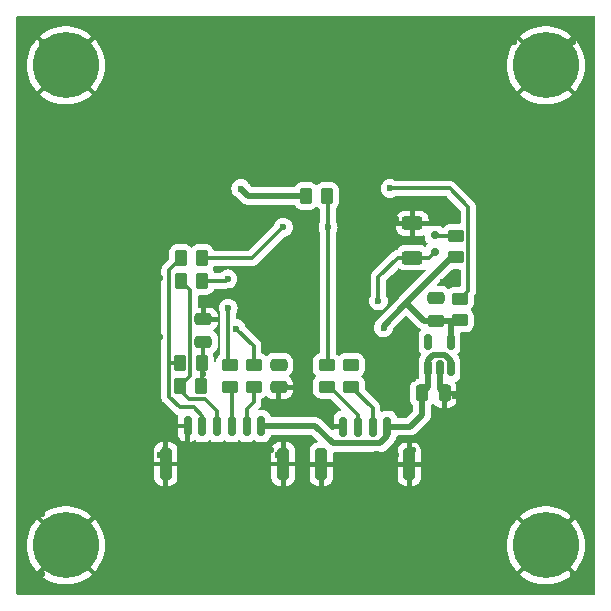
<source format=gbr>
%TF.GenerationSoftware,KiCad,Pcbnew,8.0.6+1*%
%TF.CreationDate,2025-01-11T17:58:48+00:00*%
%TF.ProjectId,TFGPSLITE02,54464750-534c-4495-9445-30322e6b6963,rev?*%
%TF.SameCoordinates,Original*%
%TF.FileFunction,Copper,L2,Bot*%
%TF.FilePolarity,Positive*%
%FSLAX46Y46*%
G04 Gerber Fmt 4.6, Leading zero omitted, Abs format (unit mm)*
G04 Created by KiCad (PCBNEW 8.0.6+1) date 2025-01-11 17:58:48*
%MOMM*%
%LPD*%
G01*
G04 APERTURE LIST*
G04 Aperture macros list*
%AMRoundRect*
0 Rectangle with rounded corners*
0 $1 Rounding radius*
0 $2 $3 $4 $5 $6 $7 $8 $9 X,Y pos of 4 corners*
0 Add a 4 corners polygon primitive as box body*
4,1,4,$2,$3,$4,$5,$6,$7,$8,$9,$2,$3,0*
0 Add four circle primitives for the rounded corners*
1,1,$1+$1,$2,$3*
1,1,$1+$1,$4,$5*
1,1,$1+$1,$6,$7*
1,1,$1+$1,$8,$9*
0 Add four rect primitives between the rounded corners*
20,1,$1+$1,$2,$3,$4,$5,0*
20,1,$1+$1,$4,$5,$6,$7,0*
20,1,$1+$1,$6,$7,$8,$9,0*
20,1,$1+$1,$8,$9,$2,$3,0*%
G04 Aperture macros list end*
%TA.AperFunction,ComponentPad*%
%ADD10C,5.600000*%
%TD*%
%TA.AperFunction,SMDPad,CuDef*%
%ADD11RoundRect,0.250000X-0.450000X0.262500X-0.450000X-0.262500X0.450000X-0.262500X0.450000X0.262500X0*%
%TD*%
%TA.AperFunction,SMDPad,CuDef*%
%ADD12RoundRect,0.250000X-0.475000X0.250000X-0.475000X-0.250000X0.475000X-0.250000X0.475000X0.250000X0*%
%TD*%
%TA.AperFunction,SMDPad,CuDef*%
%ADD13RoundRect,0.250000X0.450000X-0.262500X0.450000X0.262500X-0.450000X0.262500X-0.450000X-0.262500X0*%
%TD*%
%TA.AperFunction,SMDPad,CuDef*%
%ADD14RoundRect,0.250000X-0.262500X-0.450000X0.262500X-0.450000X0.262500X0.450000X-0.262500X0.450000X0*%
%TD*%
%TA.AperFunction,SMDPad,CuDef*%
%ADD15RoundRect,0.150000X0.150000X-0.512500X0.150000X0.512500X-0.150000X0.512500X-0.150000X-0.512500X0*%
%TD*%
%TA.AperFunction,SMDPad,CuDef*%
%ADD16RoundRect,0.250000X0.475000X-0.250000X0.475000X0.250000X-0.475000X0.250000X-0.475000X-0.250000X0*%
%TD*%
%TA.AperFunction,SMDPad,CuDef*%
%ADD17RoundRect,0.250000X0.262500X0.450000X-0.262500X0.450000X-0.262500X-0.450000X0.262500X-0.450000X0*%
%TD*%
%TA.AperFunction,SMDPad,CuDef*%
%ADD18RoundRect,0.150000X-0.200000X0.150000X-0.200000X-0.150000X0.200000X-0.150000X0.200000X0.150000X0*%
%TD*%
%TA.AperFunction,SMDPad,CuDef*%
%ADD19RoundRect,0.250000X-0.250000X-0.475000X0.250000X-0.475000X0.250000X0.475000X-0.250000X0.475000X0*%
%TD*%
%TA.AperFunction,SMDPad,CuDef*%
%ADD20RoundRect,0.150000X0.150000X0.700000X-0.150000X0.700000X-0.150000X-0.700000X0.150000X-0.700000X0*%
%TD*%
%TA.AperFunction,SMDPad,CuDef*%
%ADD21RoundRect,0.250000X0.250000X1.100000X-0.250000X1.100000X-0.250000X-1.100000X0.250000X-1.100000X0*%
%TD*%
%TA.AperFunction,SMDPad,CuDef*%
%ADD22RoundRect,0.250000X0.625000X-0.312500X0.625000X0.312500X-0.625000X0.312500X-0.625000X-0.312500X0*%
%TD*%
%TA.AperFunction,ViaPad*%
%ADD23C,0.600000*%
%TD*%
%TA.AperFunction,Conductor*%
%ADD24C,0.500000*%
%TD*%
%TA.AperFunction,Conductor*%
%ADD25C,0.300000*%
%TD*%
G04 APERTURE END LIST*
D10*
%TO.P,M4,1*%
%TO.N,GND*%
X156340000Y-130320000D03*
%TD*%
%TO.P,M1,1*%
%TO.N,GND*%
X115700000Y-89680000D03*
%TD*%
%TO.P,M3,1*%
%TO.N,GND*%
X115700000Y-130320000D03*
%TD*%
%TO.P,M2,1*%
%TO.N,GND*%
X156340000Y-89680000D03*
%TD*%
D11*
%TO.P,R2,1*%
%TO.N,/L_UBX_TX*%
X129610000Y-115067500D03*
%TO.P,R2,2*%
%TO.N,/TX*%
X129610000Y-116892500D03*
%TD*%
D12*
%TO.P,C5,1*%
%TO.N,+3V3*%
X133740000Y-115040000D03*
%TO.P,C5,2*%
%TO.N,GND*%
X133740000Y-116940000D03*
%TD*%
D13*
%TO.P,R9,1*%
%TO.N,Net-(J2-Pad2)*%
X139840000Y-116880000D03*
%TO.P,R9,2*%
%TO.N,/EXTINT*%
X139840000Y-115055000D03*
%TD*%
D14*
%TO.P,R6,1*%
%TO.N,/I2C2.SCL*%
X125447500Y-107940000D03*
%TO.P,R6,2*%
%TO.N,Net-(U2-SCL)*%
X127272500Y-107940000D03*
%TD*%
%TO.P,R5,1*%
%TO.N,/I2C2.SDA*%
X125437500Y-106030000D03*
%TO.P,R5,2*%
%TO.N,Net-(U2-SDA)*%
X127262500Y-106030000D03*
%TD*%
D11*
%TO.P,R3,1*%
%TO.N,/L_UBX_RX*%
X131620000Y-115067500D03*
%TO.P,R3,2*%
%TO.N,/RX*%
X131620000Y-116892500D03*
%TD*%
D13*
%TO.P,R1,1*%
%TO.N,+3V3*%
X148740000Y-105942500D03*
%TO.P,R1,2*%
%TO.N,Net-(D1-A)*%
X148740000Y-104117500D03*
%TD*%
D15*
%TO.P,U1,1,VIN*%
%TO.N,+5V*%
X148302500Y-115342500D03*
%TO.P,U1,2,GND*%
%TO.N,GND*%
X147352500Y-115342500D03*
%TO.P,U1,3,EN*%
%TO.N,+5V*%
X146402500Y-115342500D03*
%TO.P,U1,4,NC*%
%TO.N,unconnected-(U1-NC-Pad4)*%
X146402500Y-113067500D03*
%TO.P,U1,5,VOUT*%
%TO.N,+3V3*%
X148302500Y-113067500D03*
%TD*%
D16*
%TO.P,C1,1*%
%TO.N,+3V3*%
X127350000Y-113100000D03*
%TO.P,C1,2*%
%TO.N,GND*%
X127350000Y-111200000D03*
%TD*%
D13*
%TO.P,R10,1*%
%TO.N,Net-(J2-Pad3)*%
X137810000Y-116885000D03*
%TO.P,R10,2*%
%TO.N,/TPL*%
X137810000Y-115060000D03*
%TD*%
D17*
%TO.P,R7,1*%
%TO.N,+3V3*%
X127192500Y-116870000D03*
%TO.P,R7,2*%
%TO.N,/I2C2.SCL*%
X125367500Y-116870000D03*
%TD*%
%TO.P,R4,1*%
%TO.N,/TPL*%
X137842500Y-100740000D03*
%TO.P,R4,2*%
%TO.N,Net-(D2-A)*%
X136017500Y-100740000D03*
%TD*%
D16*
%TO.P,C4,1*%
%TO.N,+3V3*%
X147070000Y-111295000D03*
%TO.P,C4,2*%
%TO.N,GND*%
X147070000Y-109395000D03*
%TD*%
D18*
%TO.P,D1,1,K*%
%TO.N,/UBX_VBCKP*%
X146950000Y-105470000D03*
%TO.P,D1,2,A*%
%TO.N,Net-(D1-A)*%
X146950000Y-104070000D03*
%TD*%
D19*
%TO.P,C3,1*%
%TO.N,+5V*%
X145872500Y-117465000D03*
%TO.P,C3,2*%
%TO.N,GND*%
X147772500Y-117465000D03*
%TD*%
D20*
%TO.P,J1,1*%
%TO.N,+5V*%
X132265000Y-120230000D03*
%TO.P,J1,2*%
%TO.N,/RX*%
X131015000Y-120230000D03*
%TO.P,J1,3*%
%TO.N,/TX*%
X129765000Y-120230000D03*
%TO.P,J1,4*%
%TO.N,/I2C2.SCL*%
X128515000Y-120230000D03*
%TO.P,J1,5*%
%TO.N,/I2C2.SDA*%
X127265000Y-120230000D03*
%TO.P,J1,6*%
%TO.N,GND*%
X126015000Y-120230000D03*
D21*
%TO.P,J1,MP*%
X134115000Y-123430000D03*
X124165000Y-123430000D03*
%TD*%
D17*
%TO.P,R8,1*%
%TO.N,+3V3*%
X127202500Y-114870000D03*
%TO.P,R8,2*%
%TO.N,/I2C2.SDA*%
X125377500Y-114870000D03*
%TD*%
D20*
%TO.P,J2,1*%
%TO.N,+5V*%
X142945000Y-120270000D03*
%TO.P,J2,2*%
%TO.N,Net-(J2-Pad2)*%
X141695000Y-120270000D03*
%TO.P,J2,3*%
%TO.N,Net-(J2-Pad3)*%
X140445000Y-120270000D03*
%TO.P,J2,4*%
%TO.N,GND*%
X139195000Y-120270000D03*
D21*
%TO.P,J2,MP*%
X144795000Y-123470000D03*
X137345000Y-123470000D03*
%TD*%
D22*
%TO.P,C2,1*%
%TO.N,/UBX_VBCKP*%
X145050000Y-105982500D03*
%TO.P,C2,2*%
%TO.N,GND*%
X145050000Y-103057500D03*
%TD*%
D13*
%TO.P,R11,1*%
%TO.N,+3V3*%
X149090000Y-111277500D03*
%TO.P,R11,2*%
%TO.N,Net-(D3-A)*%
X149090000Y-109452500D03*
%TD*%
D23*
%TO.N,+3V3*%
X142610000Y-111895000D03*
X133970000Y-115050000D03*
X127290000Y-115800000D03*
%TO.N,GND*%
X118670000Y-102710000D03*
X148670000Y-97710000D03*
X148670000Y-127710000D03*
X118670000Y-87710000D03*
X123670000Y-112710000D03*
X138670000Y-127710000D03*
X113670000Y-127710000D03*
X153670000Y-117710000D03*
X148670000Y-87710000D03*
X158670000Y-97710000D03*
X123670000Y-87710000D03*
X130090000Y-122220000D03*
X113670000Y-132710000D03*
X158670000Y-132710000D03*
X133670000Y-122710000D03*
X136090000Y-119220000D03*
X113670000Y-102710000D03*
X123670000Y-132710000D03*
X145090000Y-116220000D03*
X123670000Y-122710000D03*
X133670000Y-127710000D03*
X136090000Y-122220000D03*
X118670000Y-92710000D03*
X158670000Y-117710000D03*
X118670000Y-117710000D03*
X148670000Y-92710000D03*
X138670000Y-132710000D03*
X143670000Y-122710000D03*
X113670000Y-117710000D03*
X113670000Y-97710000D03*
X153670000Y-97710000D03*
X143670000Y-97710000D03*
X143670000Y-102710000D03*
X123670000Y-102710000D03*
X148670000Y-102710000D03*
X127090000Y-122220000D03*
X138670000Y-122710000D03*
X118670000Y-107710000D03*
X128670000Y-102710000D03*
X153670000Y-102710000D03*
X128670000Y-132710000D03*
X147070000Y-109395000D03*
X123670000Y-127710000D03*
X148670000Y-107710000D03*
X128670000Y-87710000D03*
X158670000Y-87710000D03*
X147640000Y-108040000D03*
X128670000Y-127710000D03*
X128670000Y-92710000D03*
X158670000Y-112710000D03*
X143670000Y-132710000D03*
X118670000Y-132710000D03*
X118670000Y-97710000D03*
X143670000Y-117710000D03*
X118670000Y-127710000D03*
X138670000Y-97710000D03*
X113670000Y-112710000D03*
X133670000Y-112710000D03*
X148670000Y-132710000D03*
X113670000Y-107710000D03*
X118670000Y-122710000D03*
X153670000Y-127710000D03*
X138670000Y-87710000D03*
X143670000Y-107710000D03*
X113670000Y-122710000D03*
X136090000Y-113220000D03*
X113670000Y-87710000D03*
X158670000Y-122710000D03*
X153670000Y-107710000D03*
X113670000Y-92710000D03*
X143670000Y-92710000D03*
X158670000Y-107710000D03*
X128670000Y-122710000D03*
X153670000Y-132710000D03*
X133670000Y-87710000D03*
X123670000Y-97710000D03*
X143670000Y-87710000D03*
X158670000Y-92710000D03*
X123670000Y-92710000D03*
X133670000Y-97710000D03*
X124090000Y-122220000D03*
X153670000Y-87710000D03*
X138830000Y-112880000D03*
X143670000Y-127710000D03*
X133090000Y-122220000D03*
X128670000Y-97710000D03*
X153670000Y-122710000D03*
X133670000Y-92710000D03*
X158670000Y-127710000D03*
X133670000Y-132710000D03*
X124090000Y-119220000D03*
X139000000Y-107700000D03*
X145090000Y-122220000D03*
X148670000Y-122710000D03*
X138670000Y-92710000D03*
X148670000Y-117710000D03*
X123670000Y-107710000D03*
X153670000Y-92710000D03*
X153670000Y-112710000D03*
X158670000Y-102710000D03*
X133670000Y-107710000D03*
X142090000Y-122620000D03*
X118670000Y-112710000D03*
%TO.N,/UBX_VBCKP*%
X142180000Y-109630000D03*
%TO.N,Net-(D2-A)*%
X130540000Y-100120000D03*
%TO.N,Net-(D3-A)*%
X143170000Y-100110000D03*
%TO.N,Net-(U2-SDA)*%
X134120000Y-103400000D03*
%TO.N,Net-(U2-SCL)*%
X129410000Y-107770000D03*
%TO.N,/L_UBX_TX*%
X129450000Y-110250000D03*
%TO.N,/L_UBX_RX*%
X130130000Y-111980000D03*
%TO.N,/TPL*%
X137910000Y-103395000D03*
%TO.N,/EXTINT*%
X139840000Y-115055000D03*
%TD*%
D24*
%TO.N,+3V3*%
X148740000Y-105942500D02*
X148377500Y-105942500D01*
D25*
X127212500Y-116810000D02*
X127272500Y-116750000D01*
D24*
X148302500Y-111665000D02*
X148652500Y-111315000D01*
X147070000Y-111295000D02*
X146045000Y-111295000D01*
X145820000Y-108500000D02*
X145820000Y-108510000D01*
X148652500Y-111315000D02*
X146690000Y-111315000D01*
D25*
X127202500Y-114870000D02*
X127202500Y-116860000D01*
X127350000Y-114722500D02*
X127202500Y-114870000D01*
D24*
X148377500Y-105942500D02*
X145820000Y-108500000D01*
X145820000Y-108510000D02*
X144365000Y-109965000D01*
D25*
X127350000Y-113100000D02*
X127350000Y-114722500D01*
D24*
X144365000Y-109965000D02*
X144715000Y-109965000D01*
X142610000Y-111720000D02*
X142610000Y-111895000D01*
X146690000Y-111315000D02*
X146632500Y-111257500D01*
D25*
X127202500Y-116860000D02*
X127192500Y-116870000D01*
D24*
X144365000Y-109965000D02*
X142610000Y-111720000D01*
X144715000Y-109965000D02*
X146045000Y-111295000D01*
X148302500Y-113067500D02*
X148302500Y-111665000D01*
%TO.N,GND*%
X147352500Y-115342500D02*
X147352500Y-117105000D01*
X147352500Y-117105000D02*
X147712500Y-117465000D01*
D25*
%TO.N,/UBX_VBCKP*%
X142180000Y-109630000D02*
X142180000Y-107610000D01*
X143807500Y-105982500D02*
X145050000Y-105982500D01*
X146437500Y-105982500D02*
X145050000Y-105982500D01*
X142180000Y-107610000D02*
X143807500Y-105982500D01*
X146950000Y-105470000D02*
X146437500Y-105982500D01*
D24*
%TO.N,+5V*%
X132265000Y-120230000D02*
X136820000Y-120230000D01*
X146402500Y-115342500D02*
X146402500Y-116875000D01*
X145872500Y-117465000D02*
X145872500Y-119265000D01*
X146807500Y-114230000D02*
X146402500Y-114635000D01*
X148302500Y-114680001D02*
X147852499Y-114230000D01*
X145872500Y-119265000D02*
X144867500Y-120270000D01*
X142320000Y-121700000D02*
X142945000Y-121075000D01*
X142945000Y-121075000D02*
X142945000Y-120270000D01*
X148302500Y-115342500D02*
X148302500Y-114680001D01*
X146402500Y-116875000D02*
X145812500Y-117465000D01*
X136820000Y-120230000D02*
X138290000Y-121700000D01*
X138290000Y-121700000D02*
X142320000Y-121700000D01*
X144867500Y-120270000D02*
X142945000Y-120270000D01*
X147852499Y-114230000D02*
X146807500Y-114230000D01*
X146402500Y-114635000D02*
X146402500Y-115342500D01*
D25*
%TO.N,Net-(D1-A)*%
X146997500Y-104117500D02*
X146950000Y-104070000D01*
X148740000Y-104117500D02*
X146997500Y-104117500D01*
D24*
%TO.N,Net-(D2-A)*%
X131160000Y-100740000D02*
X130540000Y-100120000D01*
X136017500Y-100740000D02*
X131160000Y-100740000D01*
D25*
%TO.N,Net-(D3-A)*%
X149090000Y-109452500D02*
X149790000Y-108752500D01*
X149790000Y-101690000D02*
X148210000Y-100110000D01*
X149790000Y-108752500D02*
X149790000Y-101690000D01*
X148210000Y-100110000D02*
X143170000Y-100110000D01*
%TO.N,/I2C2.SCL*%
X128515000Y-118955000D02*
X127480000Y-117920000D01*
X127480000Y-117920000D02*
X126150000Y-117920000D01*
X126150000Y-117920000D02*
X125367500Y-117137500D01*
X126240000Y-108732500D02*
X125447500Y-107940000D01*
X128515000Y-120230000D02*
X128515000Y-118955000D01*
X126240000Y-115997500D02*
X126240000Y-108732500D01*
X125367500Y-116870000D02*
X126240000Y-115997500D01*
X125367500Y-117137500D02*
X125367500Y-116870000D01*
%TO.N,Net-(U2-SDA)*%
X131490000Y-106030000D02*
X134120000Y-103400000D01*
X127262500Y-106030000D02*
X131490000Y-106030000D01*
%TO.N,/I2C2.SDA*%
X125340000Y-118640000D02*
X126534544Y-118640000D01*
X126534544Y-118640000D02*
X127265000Y-119370456D01*
X125460000Y-114810000D02*
X125377500Y-114727500D01*
X124460000Y-112330000D02*
X124460000Y-114880000D01*
X125437500Y-106030000D02*
X124460000Y-107007500D01*
X124460000Y-114880000D02*
X124460000Y-117760000D01*
X127265000Y-119370456D02*
X127265000Y-120230000D01*
X124460000Y-117760000D02*
X125340000Y-118640000D01*
X124470000Y-114870000D02*
X124460000Y-114880000D01*
X124460000Y-107007500D02*
X124460000Y-112330000D01*
X125377500Y-114870000D02*
X124470000Y-114870000D01*
%TO.N,Net-(U2-SCL)*%
X129240000Y-107940000D02*
X127272500Y-107940000D01*
X129410000Y-107770000D02*
X129240000Y-107940000D01*
%TO.N,/L_UBX_TX*%
X129450000Y-114907500D02*
X129610000Y-115067500D01*
X129450000Y-110250000D02*
X129450000Y-114907500D01*
%TO.N,/L_UBX_RX*%
X131620000Y-113450000D02*
X131620000Y-115067500D01*
X130150000Y-111980000D02*
X131620000Y-113450000D01*
X130130000Y-111980000D02*
X130150000Y-111980000D01*
%TO.N,/TPL*%
X137910000Y-100807500D02*
X137842500Y-100740000D01*
X137910000Y-114960000D02*
X137910000Y-103395000D01*
X137910000Y-103395000D02*
X137910000Y-100807500D01*
X137810000Y-115060000D02*
X137910000Y-114960000D01*
%TO.N,/TX*%
X129765000Y-117135000D02*
X129765000Y-120230000D01*
%TO.N,/RX*%
X131015000Y-118805000D02*
X131015000Y-120230000D01*
X131620000Y-118200000D02*
X131015000Y-118805000D01*
X131620000Y-116770000D02*
X131620000Y-118200000D01*
%TO.N,Net-(J2-Pad2)*%
X139862500Y-116892500D02*
X141695000Y-118725000D01*
X141695000Y-118725000D02*
X141695000Y-120270000D01*
%TO.N,Net-(J2-Pad3)*%
X138062500Y-116882500D02*
X137907499Y-116882500D01*
X140445000Y-119265000D02*
X138062500Y-116882500D01*
X140445000Y-120270000D02*
X140445000Y-119265000D01*
%TD*%
%TA.AperFunction,Conductor*%
%TO.N,GND*%
G36*
X149098691Y-106974406D02*
G01*
X149134655Y-107023906D01*
X149139500Y-107054499D01*
X149139500Y-108340500D01*
X149120593Y-108398691D01*
X149071093Y-108434655D01*
X149040500Y-108439500D01*
X148589983Y-108439500D01*
X148487211Y-108449999D01*
X148487199Y-108450002D01*
X148320663Y-108505187D01*
X148167832Y-108599453D01*
X148108379Y-108613909D01*
X148051783Y-108590658D01*
X148045856Y-108585196D01*
X148013340Y-108552680D01*
X147864124Y-108460643D01*
X147697693Y-108405493D01*
X147594987Y-108395000D01*
X147225374Y-108395000D01*
X147167183Y-108376093D01*
X147131219Y-108326593D01*
X147131219Y-108265407D01*
X147155368Y-108225997D01*
X148396871Y-106984494D01*
X148451388Y-106956718D01*
X148466875Y-106955499D01*
X149040500Y-106955499D01*
X149098691Y-106974406D01*
G37*
%TD.AperFunction*%
%TA.AperFunction,Conductor*%
G36*
X160478691Y-85519407D02*
G01*
X160514655Y-85568907D01*
X160519500Y-85599500D01*
X160519500Y-134400500D01*
X160500593Y-134458691D01*
X160451093Y-134494655D01*
X160420500Y-134499500D01*
X111619500Y-134499500D01*
X111561309Y-134480593D01*
X111525345Y-134431093D01*
X111520500Y-134400500D01*
X111520500Y-130320000D01*
X112395153Y-130320000D01*
X112414525Y-130677317D01*
X112472418Y-131030449D01*
X112568146Y-131375229D01*
X112568148Y-131375234D01*
X112700604Y-131707673D01*
X112868215Y-132023822D01*
X113069032Y-132320004D01*
X113069039Y-132320014D01*
X113228918Y-132508236D01*
X114435502Y-131301651D01*
X114479588Y-131362330D01*
X114657670Y-131540412D01*
X114718345Y-131584495D01*
X113510943Y-132791898D01*
X113560488Y-132838829D01*
X113845358Y-133055382D01*
X113845363Y-133055385D01*
X114151980Y-133239871D01*
X114476744Y-133390123D01*
X114815868Y-133504387D01*
X115165330Y-133581310D01*
X115165329Y-133581310D01*
X115521078Y-133620000D01*
X115878922Y-133620000D01*
X116234670Y-133581310D01*
X116584130Y-133504387D01*
X116584132Y-133504387D01*
X116923255Y-133390123D01*
X117248019Y-133239871D01*
X117554636Y-133055385D01*
X117554641Y-133055382D01*
X117839509Y-132838832D01*
X117839515Y-132838827D01*
X117889055Y-132791898D01*
X117889055Y-132791897D01*
X116681653Y-131584495D01*
X116742330Y-131540412D01*
X116920412Y-131362330D01*
X116964496Y-131301653D01*
X118171080Y-132508237D01*
X118330962Y-132320011D01*
X118330966Y-132320007D01*
X118531784Y-132023822D01*
X118699395Y-131707673D01*
X118831851Y-131375234D01*
X118831853Y-131375229D01*
X118927581Y-131030449D01*
X118985474Y-130677317D01*
X119004846Y-130320000D01*
X153035153Y-130320000D01*
X153054525Y-130677317D01*
X153112418Y-131030449D01*
X153208146Y-131375229D01*
X153208148Y-131375234D01*
X153340604Y-131707673D01*
X153508215Y-132023822D01*
X153709032Y-132320004D01*
X153709039Y-132320014D01*
X153868918Y-132508236D01*
X155075502Y-131301651D01*
X155119588Y-131362330D01*
X155297670Y-131540412D01*
X155358345Y-131584495D01*
X154150943Y-132791898D01*
X154200488Y-132838829D01*
X154485358Y-133055382D01*
X154485363Y-133055385D01*
X154791980Y-133239871D01*
X155116744Y-133390123D01*
X155455868Y-133504387D01*
X155805330Y-133581310D01*
X155805329Y-133581310D01*
X156161078Y-133620000D01*
X156518922Y-133620000D01*
X156874670Y-133581310D01*
X157224130Y-133504387D01*
X157224132Y-133504387D01*
X157563255Y-133390123D01*
X157888019Y-133239871D01*
X158194636Y-133055385D01*
X158194641Y-133055382D01*
X158479509Y-132838832D01*
X158479515Y-132838827D01*
X158529055Y-132791898D01*
X158529055Y-132791897D01*
X157321653Y-131584495D01*
X157382330Y-131540412D01*
X157560412Y-131362330D01*
X157604496Y-131301653D01*
X158811080Y-132508237D01*
X158970962Y-132320011D01*
X158970966Y-132320007D01*
X159171784Y-132023822D01*
X159339395Y-131707673D01*
X159471851Y-131375234D01*
X159471853Y-131375229D01*
X159567581Y-131030449D01*
X159625474Y-130677317D01*
X159644846Y-130320000D01*
X159625474Y-129962682D01*
X159567581Y-129609550D01*
X159471853Y-129264770D01*
X159471851Y-129264765D01*
X159339395Y-128932326D01*
X159171784Y-128616177D01*
X158970967Y-128319995D01*
X158970960Y-128319985D01*
X158811079Y-128131761D01*
X157604495Y-129338345D01*
X157560412Y-129277670D01*
X157382330Y-129099588D01*
X157321652Y-129055502D01*
X158529055Y-127848100D01*
X158479511Y-127801170D01*
X158194641Y-127584617D01*
X158194636Y-127584614D01*
X157888019Y-127400128D01*
X157563255Y-127249876D01*
X157224131Y-127135612D01*
X156874669Y-127058689D01*
X156874670Y-127058689D01*
X156518922Y-127020000D01*
X156161078Y-127020000D01*
X155805329Y-127058689D01*
X155455869Y-127135612D01*
X155455867Y-127135612D01*
X155116744Y-127249876D01*
X154791980Y-127400128D01*
X154485363Y-127584614D01*
X154485358Y-127584617D01*
X154200488Y-127801169D01*
X154150943Y-127848100D01*
X155358346Y-129055503D01*
X155297670Y-129099588D01*
X155119588Y-129277670D01*
X155075503Y-129338346D01*
X153868918Y-128131761D01*
X153709039Y-128319985D01*
X153709032Y-128319995D01*
X153508215Y-128616177D01*
X153340604Y-128932326D01*
X153208148Y-129264765D01*
X153208146Y-129264770D01*
X153112418Y-129609550D01*
X153054525Y-129962682D01*
X153035153Y-130320000D01*
X119004846Y-130320000D01*
X118985474Y-129962682D01*
X118927581Y-129609550D01*
X118831853Y-129264770D01*
X118831851Y-129264765D01*
X118699395Y-128932326D01*
X118531784Y-128616177D01*
X118330967Y-128319995D01*
X118330960Y-128319985D01*
X118171079Y-128131761D01*
X116964495Y-129338345D01*
X116920412Y-129277670D01*
X116742330Y-129099588D01*
X116681652Y-129055502D01*
X117889055Y-127848100D01*
X117839511Y-127801170D01*
X117554641Y-127584617D01*
X117554636Y-127584614D01*
X117248019Y-127400128D01*
X116923255Y-127249876D01*
X116584131Y-127135612D01*
X116234669Y-127058689D01*
X116234670Y-127058689D01*
X115878922Y-127020000D01*
X115521078Y-127020000D01*
X115165329Y-127058689D01*
X114815869Y-127135612D01*
X114815867Y-127135612D01*
X114476744Y-127249876D01*
X114151980Y-127400128D01*
X113845363Y-127584614D01*
X113845358Y-127584617D01*
X113560488Y-127801169D01*
X113510943Y-127848100D01*
X114718346Y-129055503D01*
X114657670Y-129099588D01*
X114479588Y-129277670D01*
X114435503Y-129338346D01*
X113228918Y-128131761D01*
X113069039Y-128319985D01*
X113069032Y-128319995D01*
X112868215Y-128616177D01*
X112700604Y-128932326D01*
X112568148Y-129264765D01*
X112568146Y-129264770D01*
X112472418Y-129609550D01*
X112414525Y-129962682D01*
X112395153Y-130320000D01*
X111520500Y-130320000D01*
X111520500Y-123630001D01*
X123165001Y-123630001D01*
X123165001Y-124579986D01*
X123175492Y-124682687D01*
X123175495Y-124682699D01*
X123230643Y-124849124D01*
X123322680Y-124998340D01*
X123446659Y-125122319D01*
X123595875Y-125214356D01*
X123762306Y-125269506D01*
X123865013Y-125279999D01*
X123965000Y-125279999D01*
X123965000Y-123630001D01*
X124365000Y-123630001D01*
X124365000Y-125279998D01*
X124365001Y-125279999D01*
X124464986Y-125279999D01*
X124567687Y-125269507D01*
X124567699Y-125269504D01*
X124734124Y-125214356D01*
X124883340Y-125122319D01*
X125007319Y-124998340D01*
X125099356Y-124849124D01*
X125154506Y-124682693D01*
X125165000Y-124579987D01*
X125165000Y-123630001D01*
X133115001Y-123630001D01*
X133115001Y-124579986D01*
X133125492Y-124682687D01*
X133125495Y-124682699D01*
X133180643Y-124849124D01*
X133272680Y-124998340D01*
X133396659Y-125122319D01*
X133545875Y-125214356D01*
X133712306Y-125269506D01*
X133815013Y-125279999D01*
X133915000Y-125279999D01*
X133915000Y-123630001D01*
X134315000Y-123630001D01*
X134315000Y-125279998D01*
X134315001Y-125279999D01*
X134414986Y-125279999D01*
X134517687Y-125269507D01*
X134517699Y-125269504D01*
X134684124Y-125214356D01*
X134833340Y-125122319D01*
X134957319Y-124998340D01*
X135049356Y-124849124D01*
X135104506Y-124682693D01*
X135115000Y-124579987D01*
X135115000Y-123670001D01*
X136345001Y-123670001D01*
X136345001Y-124619986D01*
X136355492Y-124722687D01*
X136355495Y-124722699D01*
X136410643Y-124889124D01*
X136502680Y-125038340D01*
X136626659Y-125162319D01*
X136775875Y-125254356D01*
X136942306Y-125309506D01*
X137045013Y-125319999D01*
X137145000Y-125319999D01*
X137145000Y-123670001D01*
X137545000Y-123670001D01*
X137545000Y-125319998D01*
X137545001Y-125319999D01*
X137644986Y-125319999D01*
X137747687Y-125309507D01*
X137747699Y-125309504D01*
X137914124Y-125254356D01*
X138063340Y-125162319D01*
X138187319Y-125038340D01*
X138279356Y-124889124D01*
X138334506Y-124722693D01*
X138345000Y-124619987D01*
X138345000Y-123670001D01*
X143795001Y-123670001D01*
X143795001Y-124619986D01*
X143805492Y-124722687D01*
X143805495Y-124722699D01*
X143860643Y-124889124D01*
X143952680Y-125038340D01*
X144076659Y-125162319D01*
X144225875Y-125254356D01*
X144392306Y-125309506D01*
X144495013Y-125319999D01*
X144595000Y-125319999D01*
X144595000Y-123670001D01*
X144995000Y-123670001D01*
X144995000Y-125319998D01*
X144995001Y-125319999D01*
X145094986Y-125319999D01*
X145197687Y-125309507D01*
X145197699Y-125309504D01*
X145364124Y-125254356D01*
X145513340Y-125162319D01*
X145637319Y-125038340D01*
X145729356Y-124889124D01*
X145784506Y-124722693D01*
X145795000Y-124619987D01*
X145795000Y-123670001D01*
X145794999Y-123670000D01*
X144995001Y-123670000D01*
X144995000Y-123670001D01*
X144595000Y-123670001D01*
X144594999Y-123670000D01*
X143795002Y-123670000D01*
X143795001Y-123670001D01*
X138345000Y-123670001D01*
X138344999Y-123670000D01*
X137545001Y-123670000D01*
X137545000Y-123670001D01*
X137145000Y-123670001D01*
X137144999Y-123670000D01*
X136345002Y-123670000D01*
X136345001Y-123670001D01*
X135115000Y-123670001D01*
X135115000Y-123630001D01*
X135114999Y-123630000D01*
X134315001Y-123630000D01*
X134315000Y-123630001D01*
X133915000Y-123630001D01*
X133914999Y-123630000D01*
X133115002Y-123630000D01*
X133115001Y-123630001D01*
X125165000Y-123630001D01*
X125164999Y-123630000D01*
X124365001Y-123630000D01*
X124365000Y-123630001D01*
X123965000Y-123630001D01*
X123964999Y-123630000D01*
X123165002Y-123630000D01*
X123165001Y-123630001D01*
X111520500Y-123630001D01*
X111520500Y-122280012D01*
X123165000Y-122280012D01*
X123165000Y-123229999D01*
X123165001Y-123230000D01*
X123964999Y-123230000D01*
X123965000Y-123229999D01*
X123965000Y-121580001D01*
X124365000Y-121580001D01*
X124365000Y-123229999D01*
X124365001Y-123230000D01*
X125164998Y-123230000D01*
X125164999Y-123229999D01*
X125164999Y-122280013D01*
X125164999Y-122280012D01*
X133115000Y-122280012D01*
X133115000Y-123229999D01*
X133115001Y-123230000D01*
X133914999Y-123230000D01*
X133915000Y-123229999D01*
X133915000Y-121580001D01*
X134315000Y-121580001D01*
X134315000Y-123229999D01*
X134315001Y-123230000D01*
X135114998Y-123230000D01*
X135114999Y-123229999D01*
X135114999Y-122280013D01*
X135104507Y-122177312D01*
X135104504Y-122177300D01*
X135049356Y-122010875D01*
X134957319Y-121861659D01*
X134833340Y-121737680D01*
X134684124Y-121645643D01*
X134517693Y-121590493D01*
X134414987Y-121580000D01*
X134315001Y-121580000D01*
X134315000Y-121580001D01*
X133915000Y-121580001D01*
X133915000Y-121580000D01*
X133815013Y-121580000D01*
X133815013Y-121580001D01*
X133712312Y-121590492D01*
X133712300Y-121590495D01*
X133545875Y-121645643D01*
X133396659Y-121737680D01*
X133272680Y-121861659D01*
X133180643Y-122010875D01*
X133125493Y-122177306D01*
X133115000Y-122280012D01*
X125164999Y-122280012D01*
X125154507Y-122177312D01*
X125154504Y-122177300D01*
X125099356Y-122010875D01*
X125007319Y-121861659D01*
X124883340Y-121737680D01*
X124734124Y-121645643D01*
X124567693Y-121590493D01*
X124464987Y-121580000D01*
X124365001Y-121580000D01*
X124365000Y-121580001D01*
X123965000Y-121580001D01*
X123965000Y-121580000D01*
X123865013Y-121580000D01*
X123865013Y-121580001D01*
X123762312Y-121590492D01*
X123762300Y-121590495D01*
X123595875Y-121645643D01*
X123446659Y-121737680D01*
X123322680Y-121861659D01*
X123230643Y-122010875D01*
X123175493Y-122177306D01*
X123165000Y-122280012D01*
X111520500Y-122280012D01*
X111520500Y-120430001D01*
X125215000Y-120430001D01*
X125215000Y-120995636D01*
X125217899Y-121032489D01*
X125263719Y-121190200D01*
X125263719Y-121190201D01*
X125347314Y-121331552D01*
X125463447Y-121447685D01*
X125604799Y-121531280D01*
X125762510Y-121577100D01*
X125799363Y-121580000D01*
X125814999Y-121580000D01*
X125815000Y-121579999D01*
X125815000Y-120430001D01*
X125814999Y-120430000D01*
X125215001Y-120430000D01*
X125215000Y-120430001D01*
X111520500Y-120430001D01*
X111520500Y-106943430D01*
X123809500Y-106943430D01*
X123809500Y-117824069D01*
X123825698Y-117905499D01*
X123834499Y-117949745D01*
X123883533Y-118068124D01*
X123883534Y-118068126D01*
X123883535Y-118068127D01*
X123954723Y-118174669D01*
X124925331Y-119145277D01*
X125031873Y-119216465D01*
X125150256Y-119265501D01*
X125152822Y-119266011D01*
X125153867Y-119266596D01*
X125154914Y-119266914D01*
X125154844Y-119267143D01*
X125206207Y-119295901D01*
X125231829Y-119351463D01*
X125228585Y-119390729D01*
X125217900Y-119427508D01*
X125215000Y-119464363D01*
X125215000Y-120029999D01*
X125215001Y-120030000D01*
X126116000Y-120030000D01*
X126174191Y-120048907D01*
X126210155Y-120098407D01*
X126215000Y-120129000D01*
X126215000Y-121579999D01*
X126215001Y-121580000D01*
X126230637Y-121580000D01*
X126267489Y-121577100D01*
X126425200Y-121531280D01*
X126425201Y-121531280D01*
X126566549Y-121447687D01*
X126566556Y-121447681D01*
X126569638Y-121444600D01*
X126624152Y-121416819D01*
X126684585Y-121426386D01*
X126709646Y-121444592D01*
X126713135Y-121448081D01*
X126854602Y-121531744D01*
X127012431Y-121577598D01*
X127049306Y-121580500D01*
X127049311Y-121580500D01*
X127480689Y-121580500D01*
X127480694Y-121580500D01*
X127517569Y-121577598D01*
X127675398Y-121531744D01*
X127816865Y-121448081D01*
X127819998Y-121444947D01*
X127874513Y-121417172D01*
X127934945Y-121426743D01*
X127960000Y-121444946D01*
X127963135Y-121448081D01*
X128104602Y-121531744D01*
X128262431Y-121577598D01*
X128299306Y-121580500D01*
X128299311Y-121580500D01*
X128730689Y-121580500D01*
X128730694Y-121580500D01*
X128767569Y-121577598D01*
X128925398Y-121531744D01*
X129066865Y-121448081D01*
X129069998Y-121444947D01*
X129124513Y-121417172D01*
X129184945Y-121426743D01*
X129210000Y-121444946D01*
X129213135Y-121448081D01*
X129354602Y-121531744D01*
X129512431Y-121577598D01*
X129549306Y-121580500D01*
X129549311Y-121580500D01*
X129980689Y-121580500D01*
X129980694Y-121580500D01*
X130017569Y-121577598D01*
X130175398Y-121531744D01*
X130316865Y-121448081D01*
X130319998Y-121444947D01*
X130374513Y-121417172D01*
X130434945Y-121426743D01*
X130460000Y-121444946D01*
X130463135Y-121448081D01*
X130604602Y-121531744D01*
X130762431Y-121577598D01*
X130799306Y-121580500D01*
X130799311Y-121580500D01*
X131230689Y-121580500D01*
X131230694Y-121580500D01*
X131267569Y-121577598D01*
X131425398Y-121531744D01*
X131566865Y-121448081D01*
X131569998Y-121444947D01*
X131624513Y-121417172D01*
X131684945Y-121426743D01*
X131710000Y-121444946D01*
X131713135Y-121448081D01*
X131854602Y-121531744D01*
X132012431Y-121577598D01*
X132049306Y-121580500D01*
X132049311Y-121580500D01*
X132480689Y-121580500D01*
X132480694Y-121580500D01*
X132517569Y-121577598D01*
X132675398Y-121531744D01*
X132816865Y-121448081D01*
X132933081Y-121331865D01*
X133016744Y-121190398D01*
X133056988Y-121051878D01*
X133091378Y-121001275D01*
X133148946Y-120980549D01*
X133152056Y-120980500D01*
X136468124Y-120980500D01*
X136526315Y-120999407D01*
X136538128Y-121009496D01*
X136992186Y-121463554D01*
X137019963Y-121518071D01*
X137010392Y-121578503D01*
X136967127Y-121621768D01*
X136947424Y-121628762D01*
X136947435Y-121628794D01*
X136945932Y-121629291D01*
X136942918Y-121630362D01*
X136942310Y-121630492D01*
X136775875Y-121685643D01*
X136626659Y-121777680D01*
X136502680Y-121901659D01*
X136410643Y-122050875D01*
X136355493Y-122217306D01*
X136345000Y-122320012D01*
X136345000Y-123269999D01*
X136345001Y-123270000D01*
X138344998Y-123270000D01*
X138344999Y-123269999D01*
X138344999Y-122549500D01*
X138363906Y-122491309D01*
X138413406Y-122455345D01*
X138443999Y-122450500D01*
X142393917Y-122450500D01*
X142393918Y-122450500D01*
X142538913Y-122421658D01*
X142675495Y-122365084D01*
X142724729Y-122332186D01*
X142742949Y-122320012D01*
X143795000Y-122320012D01*
X143795000Y-123269999D01*
X143795001Y-123270000D01*
X144594999Y-123270000D01*
X144595000Y-123269999D01*
X144595000Y-121620001D01*
X144995000Y-121620001D01*
X144995000Y-123269999D01*
X144995001Y-123270000D01*
X145794998Y-123270000D01*
X145794999Y-123269999D01*
X145794999Y-122320013D01*
X145784507Y-122217312D01*
X145784504Y-122217300D01*
X145729356Y-122050875D01*
X145637319Y-121901659D01*
X145513340Y-121777680D01*
X145364124Y-121685643D01*
X145197693Y-121630493D01*
X145094987Y-121620000D01*
X144995001Y-121620000D01*
X144995000Y-121620001D01*
X144595000Y-121620001D01*
X144595000Y-121620000D01*
X144495013Y-121620000D01*
X144495013Y-121620001D01*
X144392312Y-121630492D01*
X144392300Y-121630495D01*
X144225875Y-121685643D01*
X144076659Y-121777680D01*
X143952680Y-121901659D01*
X143860643Y-122050875D01*
X143805493Y-122217306D01*
X143795000Y-122320012D01*
X142742949Y-122320012D01*
X142798416Y-122282952D01*
X143527951Y-121553416D01*
X143610084Y-121430495D01*
X143666658Y-121293913D01*
X143667154Y-121291416D01*
X143679037Y-121260336D01*
X143696744Y-121230398D01*
X143736988Y-121091878D01*
X143771378Y-121041275D01*
X143828946Y-121020549D01*
X143832056Y-121020500D01*
X144941417Y-121020500D01*
X144941418Y-121020500D01*
X145086413Y-120991658D01*
X145222995Y-120935084D01*
X145282235Y-120895501D01*
X145345916Y-120852952D01*
X146455452Y-119743415D01*
X146519841Y-119647049D01*
X146537584Y-119620495D01*
X146567471Y-119548342D01*
X146594159Y-119483912D01*
X146623000Y-119338917D01*
X146623000Y-119191082D01*
X146623000Y-118541875D01*
X146641907Y-118483684D01*
X146651990Y-118471877D01*
X146715212Y-118408656D01*
X146738533Y-118370846D01*
X146785172Y-118331246D01*
X146846182Y-118326622D01*
X146898259Y-118358741D01*
X146907053Y-118370846D01*
X146930179Y-118408339D01*
X147054159Y-118532319D01*
X147203375Y-118624356D01*
X147369806Y-118679506D01*
X147472513Y-118689999D01*
X147572500Y-118689999D01*
X147572500Y-117665001D01*
X147972500Y-117665001D01*
X147972500Y-118689998D01*
X147972501Y-118689999D01*
X148072486Y-118689999D01*
X148175187Y-118679507D01*
X148175199Y-118679504D01*
X148341624Y-118624356D01*
X148490840Y-118532319D01*
X148614819Y-118408340D01*
X148706856Y-118259124D01*
X148762006Y-118092693D01*
X148772500Y-117989987D01*
X148772500Y-117665001D01*
X148772499Y-117665000D01*
X147972501Y-117665000D01*
X147972500Y-117665001D01*
X147572500Y-117665001D01*
X147572500Y-117364000D01*
X147591407Y-117305809D01*
X147640907Y-117269845D01*
X147671500Y-117265000D01*
X148772498Y-117265000D01*
X148772499Y-117264999D01*
X148772499Y-116940013D01*
X148762007Y-116837312D01*
X148762004Y-116837300D01*
X148706856Y-116670874D01*
X148663947Y-116601308D01*
X148649490Y-116541855D01*
X148672740Y-116485259D01*
X148708900Y-116458473D01*
X148712890Y-116456746D01*
X148712898Y-116456744D01*
X148854365Y-116373081D01*
X148970581Y-116256865D01*
X149054244Y-116115398D01*
X149100098Y-115957569D01*
X149103000Y-115920694D01*
X149103000Y-114764306D01*
X149100098Y-114727431D01*
X149054244Y-114569602D01*
X149052001Y-114565809D01*
X149050028Y-114562472D01*
X149038142Y-114531390D01*
X149024159Y-114461089D01*
X148970288Y-114331035D01*
X148969381Y-114328844D01*
X148967588Y-114324514D01*
X148967586Y-114324511D01*
X148967584Y-114324506D01*
X148897422Y-114219501D01*
X148885452Y-114201586D01*
X148885443Y-114201577D01*
X148882364Y-114197824D01*
X148884114Y-114196387D01*
X148860371Y-114149709D01*
X148869984Y-114089284D01*
X148888157Y-114064288D01*
X148970581Y-113981865D01*
X149054244Y-113840398D01*
X149100098Y-113682569D01*
X149103000Y-113645694D01*
X149103000Y-112489306D01*
X149100098Y-112452431D01*
X149089839Y-112417119D01*
X149091761Y-112355964D01*
X149129262Y-112307618D01*
X149184908Y-112290499D01*
X149590016Y-112290499D01*
X149692788Y-112280000D01*
X149692788Y-112279999D01*
X149692797Y-112279999D01*
X149859334Y-112224814D01*
X150008656Y-112132712D01*
X150132712Y-112008656D01*
X150224814Y-111859334D01*
X150279999Y-111692797D01*
X150290500Y-111590009D01*
X150290499Y-110964992D01*
X150290499Y-110964983D01*
X150280000Y-110862211D01*
X150279999Y-110862209D01*
X150279999Y-110862203D01*
X150224814Y-110695666D01*
X150132712Y-110546344D01*
X150021369Y-110435001D01*
X149993594Y-110380487D01*
X150003165Y-110320055D01*
X150021368Y-110294999D01*
X150132712Y-110183656D01*
X150224814Y-110034334D01*
X150279999Y-109867797D01*
X150290500Y-109765009D01*
X150290499Y-109204348D01*
X150307183Y-109149349D01*
X150366465Y-109060627D01*
X150415501Y-108942244D01*
X150440500Y-108816569D01*
X150440500Y-101625931D01*
X150415501Y-101500256D01*
X150366465Y-101381873D01*
X150295276Y-101275330D01*
X148624669Y-99604723D01*
X148542772Y-99550002D01*
X148518126Y-99533534D01*
X148399747Y-99484500D01*
X148399745Y-99484499D01*
X148399744Y-99484499D01*
X148274069Y-99459500D01*
X143667866Y-99459500D01*
X143615195Y-99444326D01*
X143519523Y-99384211D01*
X143349261Y-99324633D01*
X143349257Y-99324632D01*
X143170000Y-99304435D01*
X142990742Y-99324632D01*
X142990738Y-99324633D01*
X142820477Y-99384211D01*
X142820476Y-99384211D01*
X142667741Y-99480181D01*
X142540181Y-99607741D01*
X142444211Y-99760476D01*
X142444211Y-99760477D01*
X142384633Y-99930738D01*
X142384632Y-99930742D01*
X142364435Y-100110000D01*
X142384632Y-100289257D01*
X142384633Y-100289261D01*
X142444211Y-100459522D01*
X142444211Y-100459523D01*
X142540181Y-100612258D01*
X142540184Y-100612262D01*
X142667738Y-100739816D01*
X142667740Y-100739817D01*
X142667741Y-100739818D01*
X142730746Y-100779407D01*
X142820478Y-100835789D01*
X142888657Y-100859646D01*
X142990738Y-100895366D01*
X142990742Y-100895367D01*
X142990745Y-100895368D01*
X143170000Y-100915565D01*
X143349255Y-100895368D01*
X143519522Y-100835789D01*
X143615195Y-100775674D01*
X143667866Y-100760500D01*
X147899546Y-100760500D01*
X147957737Y-100779407D01*
X147969550Y-100789496D01*
X149110504Y-101930450D01*
X149138281Y-101984967D01*
X149139500Y-102000454D01*
X149139500Y-103005500D01*
X149120593Y-103063691D01*
X149071093Y-103099655D01*
X149040500Y-103104500D01*
X148239983Y-103104500D01*
X148137211Y-103114999D01*
X148137199Y-103115002D01*
X147970663Y-103170187D01*
X147821347Y-103262285D01*
X147697284Y-103386348D01*
X147695195Y-103388991D01*
X147693539Y-103390093D01*
X147693211Y-103390422D01*
X147693145Y-103390356D01*
X147644271Y-103422909D01*
X147583136Y-103420416D01*
X147557933Y-103404256D01*
X147556786Y-103405736D01*
X147551868Y-103401921D01*
X147548620Y-103400000D01*
X147410398Y-103318256D01*
X147252569Y-103272402D01*
X147252568Y-103272401D01*
X147252565Y-103272401D01*
X147229140Y-103270558D01*
X147215694Y-103269500D01*
X146684306Y-103269500D01*
X146671773Y-103270486D01*
X146647434Y-103272401D01*
X146647427Y-103272403D01*
X146542844Y-103302787D01*
X146481689Y-103300865D01*
X146445220Y-103277721D01*
X146424999Y-103257500D01*
X145250001Y-103257500D01*
X145250000Y-103257501D01*
X145250000Y-104119998D01*
X145250001Y-104119999D01*
X145724986Y-104119999D01*
X145827687Y-104109507D01*
X145827695Y-104109505D01*
X145969359Y-104062562D01*
X146030544Y-104062206D01*
X146080252Y-104097881D01*
X146099498Y-104155960D01*
X146099500Y-104156537D01*
X146099500Y-104285688D01*
X146102401Y-104322565D01*
X146102401Y-104322568D01*
X146102402Y-104322569D01*
X146148256Y-104480398D01*
X146231919Y-104621865D01*
X146310052Y-104699998D01*
X146337828Y-104754513D01*
X146328257Y-104814945D01*
X146310055Y-104839999D01*
X146254868Y-104895186D01*
X146231917Y-104918137D01*
X146190703Y-104987826D01*
X146144807Y-105028288D01*
X146083893Y-105034046D01*
X146053521Y-105021692D01*
X145994334Y-104985186D01*
X145827797Y-104930001D01*
X145827794Y-104930000D01*
X145725016Y-104919500D01*
X144374983Y-104919500D01*
X144272211Y-104929999D01*
X144272199Y-104930002D01*
X144105663Y-104985187D01*
X143956347Y-105077285D01*
X143832287Y-105201345D01*
X143775498Y-105293415D01*
X143728856Y-105333016D01*
X143710552Y-105338540D01*
X143617754Y-105356999D01*
X143568720Y-105377310D01*
X143499376Y-105406032D01*
X143392834Y-105477220D01*
X141674720Y-107195334D01*
X141628357Y-107264724D01*
X141603534Y-107301873D01*
X141554500Y-107420252D01*
X141554499Y-107420257D01*
X141529500Y-107545930D01*
X141529500Y-109132134D01*
X141514326Y-109184805D01*
X141454211Y-109280476D01*
X141454211Y-109280477D01*
X141394633Y-109450738D01*
X141394632Y-109450742D01*
X141374435Y-109630000D01*
X141394632Y-109809257D01*
X141394633Y-109809261D01*
X141454211Y-109979522D01*
X141454211Y-109979523D01*
X141550181Y-110132258D01*
X141550184Y-110132262D01*
X141677738Y-110259816D01*
X141677740Y-110259817D01*
X141677741Y-110259818D01*
X141773607Y-110320055D01*
X141830478Y-110355789D01*
X141856802Y-110365000D01*
X142000738Y-110415366D01*
X142000742Y-110415367D01*
X142000745Y-110415368D01*
X142180000Y-110435565D01*
X142359255Y-110415368D01*
X142529522Y-110355789D01*
X142682262Y-110259816D01*
X142809816Y-110132262D01*
X142905789Y-109979522D01*
X142965368Y-109809255D01*
X142985565Y-109630000D01*
X142965368Y-109450745D01*
X142905789Y-109280478D01*
X142860817Y-109208906D01*
X142845674Y-109184805D01*
X142830500Y-109132134D01*
X142830500Y-107920454D01*
X142849407Y-107862263D01*
X142859496Y-107850450D01*
X143289694Y-107420252D01*
X143819287Y-106890658D01*
X143873802Y-106862883D01*
X143934234Y-106872454D01*
X143951272Y-106884833D01*
X143951823Y-106884137D01*
X143956345Y-106887713D01*
X144060718Y-106952090D01*
X144105666Y-106979814D01*
X144272203Y-107034999D01*
X144374991Y-107045500D01*
X145725008Y-107045499D01*
X145725016Y-107045499D01*
X145827788Y-107035000D01*
X145827788Y-107034999D01*
X145827797Y-107034999D01*
X145994334Y-106979814D01*
X146003102Y-106974406D01*
X146015844Y-106966547D01*
X146075297Y-106952090D01*
X146131893Y-106975340D01*
X146164014Y-107027416D01*
X146159391Y-107088426D01*
X146137821Y-107120811D01*
X145237044Y-108021588D01*
X145222330Y-108043609D01*
X145210020Y-108058610D01*
X143886584Y-109382048D01*
X142027043Y-111241589D01*
X141981667Y-111309503D01*
X141981666Y-111309505D01*
X141944915Y-111364505D01*
X141888341Y-111501088D01*
X141888340Y-111501092D01*
X141874676Y-111569780D01*
X141871024Y-111583161D01*
X141824632Y-111715742D01*
X141804435Y-111895000D01*
X141824632Y-112074257D01*
X141824633Y-112074261D01*
X141884211Y-112244522D01*
X141884211Y-112244523D01*
X141980181Y-112397258D01*
X141980184Y-112397262D01*
X142107738Y-112524816D01*
X142260478Y-112620789D01*
X142328657Y-112644646D01*
X142430738Y-112680366D01*
X142430742Y-112680367D01*
X142430745Y-112680368D01*
X142610000Y-112700565D01*
X142789255Y-112680368D01*
X142959522Y-112620789D01*
X143112262Y-112524816D01*
X143239816Y-112397262D01*
X143335789Y-112244522D01*
X143395368Y-112074255D01*
X143401425Y-112020486D01*
X143426728Y-111964779D01*
X143429776Y-111961590D01*
X144469997Y-110921370D01*
X144524513Y-110893594D01*
X144584945Y-110903165D01*
X144610000Y-110921368D01*
X145566584Y-111877952D01*
X145566587Y-111877954D01*
X145566589Y-111877956D01*
X145622526Y-111915331D01*
X145622527Y-111915331D01*
X145689505Y-111960084D01*
X145720887Y-111973082D01*
X145767411Y-112012818D01*
X145781695Y-112072312D01*
X145758281Y-112128840D01*
X145753005Y-112134548D01*
X145734420Y-112153133D01*
X145650756Y-112294602D01*
X145604903Y-112452427D01*
X145604901Y-112452434D01*
X145602000Y-112489311D01*
X145602000Y-113645688D01*
X145604901Y-113682565D01*
X145604901Y-113682568D01*
X145604902Y-113682569D01*
X145650756Y-113840398D01*
X145734419Y-113981865D01*
X145797983Y-114045429D01*
X145825759Y-114099944D01*
X145816188Y-114160376D01*
X145810295Y-114170430D01*
X145772100Y-114227596D01*
X145772099Y-114227598D01*
X145737414Y-114279507D01*
X145680842Y-114416085D01*
X145651051Y-114565853D01*
X145650833Y-114565809D01*
X145648811Y-114576294D01*
X145604903Y-114727427D01*
X145604901Y-114727434D01*
X145603324Y-114747483D01*
X145602000Y-114764306D01*
X145602000Y-115920694D01*
X145602159Y-115922712D01*
X145604901Y-115957565D01*
X145604901Y-115957568D01*
X145604902Y-115957569D01*
X145611419Y-115980000D01*
X145648069Y-116106150D01*
X145652000Y-116133770D01*
X145652000Y-116141976D01*
X145633093Y-116200167D01*
X145583593Y-116236131D01*
X145563062Y-116240463D01*
X145469710Y-116250000D01*
X145469706Y-116250000D01*
X145469703Y-116250001D01*
X145469701Y-116250001D01*
X145469699Y-116250002D01*
X145303163Y-116305187D01*
X145153847Y-116397285D01*
X145029785Y-116521347D01*
X144937687Y-116670663D01*
X144882500Y-116837205D01*
X144872000Y-116939983D01*
X144872000Y-117990016D01*
X144882499Y-118092788D01*
X144882500Y-118092795D01*
X144882501Y-118092797D01*
X144937616Y-118259124D01*
X144937687Y-118259336D01*
X145029785Y-118408652D01*
X145029786Y-118408653D01*
X145029788Y-118408656D01*
X145093005Y-118471873D01*
X145120781Y-118526388D01*
X145122000Y-118541875D01*
X145122000Y-118913124D01*
X145103093Y-118971315D01*
X145093004Y-118983128D01*
X144585628Y-119490504D01*
X144531111Y-119518281D01*
X144515624Y-119519500D01*
X143832056Y-119519500D01*
X143773865Y-119500593D01*
X143737901Y-119451093D01*
X143736997Y-119448154D01*
X143696744Y-119309602D01*
X143613081Y-119168135D01*
X143496865Y-119051919D01*
X143355398Y-118968256D01*
X143197569Y-118922402D01*
X143197568Y-118922401D01*
X143197565Y-118922401D01*
X143174140Y-118920558D01*
X143160694Y-118919500D01*
X142729306Y-118919500D01*
X142716773Y-118920486D01*
X142692434Y-118922401D01*
X142692427Y-118922403D01*
X142534602Y-118968256D01*
X142494893Y-118991739D01*
X142435183Y-119005086D01*
X142379030Y-118980786D01*
X142347884Y-118928121D01*
X142345500Y-118906525D01*
X142345500Y-118660932D01*
X142345500Y-118660931D01*
X142320501Y-118535256D01*
X142271465Y-118416873D01*
X142250503Y-118385501D01*
X142200276Y-118310330D01*
X141069495Y-117179549D01*
X141041718Y-117125032D01*
X141040499Y-117109545D01*
X141040499Y-116567483D01*
X141030000Y-116464711D01*
X141029999Y-116464709D01*
X141029999Y-116464703D01*
X140974814Y-116298166D01*
X140882712Y-116148844D01*
X140771369Y-116037501D01*
X140743594Y-115982987D01*
X140753165Y-115922555D01*
X140771368Y-115897499D01*
X140882712Y-115786156D01*
X140974814Y-115636834D01*
X141029999Y-115470297D01*
X141040500Y-115367509D01*
X141040499Y-114742492D01*
X141040499Y-114742483D01*
X141030000Y-114639711D01*
X141029999Y-114639709D01*
X141029999Y-114639703D01*
X140974814Y-114473166D01*
X140890422Y-114336344D01*
X140882714Y-114323847D01*
X140882713Y-114323846D01*
X140882712Y-114323844D01*
X140758656Y-114199788D01*
X140758653Y-114199786D01*
X140758652Y-114199785D01*
X140609336Y-114107687D01*
X140609335Y-114107686D01*
X140609334Y-114107686D01*
X140442797Y-114052501D01*
X140442794Y-114052500D01*
X140340016Y-114042000D01*
X139339983Y-114042000D01*
X139237211Y-114052499D01*
X139237199Y-114052502D01*
X139070663Y-114107687D01*
X138921345Y-114199786D01*
X138921342Y-114199789D01*
X138892500Y-114228630D01*
X138837983Y-114256406D01*
X138777551Y-114246832D01*
X138752498Y-114228630D01*
X138728656Y-114204788D01*
X138679684Y-114174582D01*
X138607527Y-114130075D01*
X138567926Y-114083434D01*
X138560500Y-114045814D01*
X138560500Y-103892864D01*
X138575675Y-103840192D01*
X138635787Y-103744525D01*
X138635786Y-103744525D01*
X138635789Y-103744522D01*
X138695368Y-103574255D01*
X138715565Y-103395000D01*
X138700073Y-103257501D01*
X143675001Y-103257501D01*
X143675001Y-103419986D01*
X143685492Y-103522687D01*
X143685495Y-103522699D01*
X143740643Y-103689124D01*
X143832680Y-103838340D01*
X143956659Y-103962319D01*
X144105875Y-104054356D01*
X144272306Y-104109506D01*
X144375012Y-104119999D01*
X144849998Y-104119999D01*
X144850000Y-104119998D01*
X144850000Y-103257501D01*
X144849999Y-103257500D01*
X143675002Y-103257500D01*
X143675001Y-103257501D01*
X138700073Y-103257501D01*
X138695368Y-103215745D01*
X138635789Y-103045478D01*
X138575674Y-102949805D01*
X138560500Y-102897134D01*
X138560500Y-102695012D01*
X143675000Y-102695012D01*
X143675000Y-102857499D01*
X143675001Y-102857500D01*
X144849999Y-102857500D01*
X144850000Y-102857499D01*
X144850000Y-101995001D01*
X145250000Y-101995001D01*
X145250000Y-102857499D01*
X145250001Y-102857500D01*
X146424998Y-102857500D01*
X146424999Y-102857499D01*
X146424999Y-102695013D01*
X146414507Y-102592312D01*
X146414504Y-102592300D01*
X146359356Y-102425875D01*
X146267319Y-102276659D01*
X146143340Y-102152680D01*
X145994124Y-102060643D01*
X145827693Y-102005493D01*
X145724987Y-101995000D01*
X145250001Y-101995000D01*
X145250000Y-101995001D01*
X144850000Y-101995001D01*
X144849999Y-101995000D01*
X144375013Y-101995000D01*
X144272312Y-102005492D01*
X144272300Y-102005495D01*
X144105875Y-102060643D01*
X143956659Y-102152680D01*
X143832680Y-102276659D01*
X143740643Y-102425875D01*
X143685493Y-102592306D01*
X143675000Y-102695012D01*
X138560500Y-102695012D01*
X138560500Y-101836875D01*
X138579407Y-101778684D01*
X138589490Y-101766877D01*
X138697712Y-101658656D01*
X138789814Y-101509334D01*
X138844999Y-101342797D01*
X138855500Y-101240009D01*
X138855499Y-100239992D01*
X138855499Y-100239983D01*
X138845000Y-100137211D01*
X138844999Y-100137209D01*
X138844999Y-100137203D01*
X138789814Y-99970666D01*
X138697712Y-99821344D01*
X138573656Y-99697288D01*
X138573653Y-99697286D01*
X138573652Y-99697285D01*
X138424336Y-99605187D01*
X138424335Y-99605186D01*
X138424334Y-99605186D01*
X138257797Y-99550001D01*
X138257794Y-99550000D01*
X138155016Y-99539500D01*
X137529983Y-99539500D01*
X137427211Y-99549999D01*
X137427199Y-99550002D01*
X137260663Y-99605187D01*
X137111347Y-99697285D01*
X137111344Y-99697287D01*
X137111344Y-99697288D01*
X137000001Y-99808630D01*
X136945487Y-99836406D01*
X136885055Y-99826835D01*
X136859999Y-99808631D01*
X136748656Y-99697288D01*
X136748653Y-99697286D01*
X136748652Y-99697285D01*
X136599336Y-99605187D01*
X136599335Y-99605186D01*
X136599334Y-99605186D01*
X136432797Y-99550001D01*
X136432794Y-99550000D01*
X136330016Y-99539500D01*
X135704983Y-99539500D01*
X135602211Y-99549999D01*
X135602199Y-99550002D01*
X135435663Y-99605187D01*
X135286347Y-99697285D01*
X135162285Y-99821347D01*
X135087576Y-99942472D01*
X135040935Y-99982074D01*
X135003315Y-99989500D01*
X131511874Y-99989500D01*
X131453683Y-99970593D01*
X131441870Y-99960503D01*
X131289271Y-99807903D01*
X131268736Y-99775221D01*
X131268198Y-99775481D01*
X131265899Y-99770706D01*
X131265831Y-99770598D01*
X131265830Y-99770596D01*
X131265789Y-99770478D01*
X131259504Y-99760476D01*
X131169818Y-99617741D01*
X131169817Y-99617740D01*
X131169816Y-99617738D01*
X131042262Y-99490184D01*
X131042259Y-99490182D01*
X131042258Y-99490181D01*
X130889523Y-99394211D01*
X130719261Y-99334633D01*
X130719257Y-99334632D01*
X130540000Y-99314435D01*
X130360742Y-99334632D01*
X130360738Y-99334633D01*
X130190477Y-99394211D01*
X130190476Y-99394211D01*
X130037741Y-99490181D01*
X129910181Y-99617741D01*
X129814211Y-99770476D01*
X129814211Y-99770477D01*
X129754633Y-99940738D01*
X129754632Y-99940742D01*
X129734435Y-100120000D01*
X129754632Y-100299257D01*
X129754633Y-100299261D01*
X129814211Y-100469522D01*
X129814211Y-100469523D01*
X129910181Y-100622258D01*
X129910184Y-100622262D01*
X130037738Y-100749816D01*
X130037740Y-100749817D01*
X130037741Y-100749818D01*
X130174561Y-100835788D01*
X130190478Y-100845789D01*
X130190594Y-100845829D01*
X130190598Y-100845831D01*
X130190706Y-100845899D01*
X130195481Y-100848198D01*
X130195221Y-100848736D01*
X130227903Y-100869271D01*
X130577047Y-101218414D01*
X130577049Y-101218416D01*
X130577048Y-101218416D01*
X130633963Y-101275330D01*
X130681584Y-101322951D01*
X130804505Y-101405084D01*
X130941087Y-101461658D01*
X131086082Y-101490500D01*
X135003315Y-101490500D01*
X135061506Y-101509407D01*
X135087576Y-101537528D01*
X135162285Y-101658652D01*
X135162286Y-101658653D01*
X135162288Y-101658656D01*
X135286344Y-101782712D01*
X135435666Y-101874814D01*
X135602203Y-101929999D01*
X135704991Y-101940500D01*
X136330008Y-101940499D01*
X136330016Y-101940499D01*
X136432788Y-101930000D01*
X136432788Y-101929999D01*
X136432797Y-101929999D01*
X136599334Y-101874814D01*
X136748656Y-101782712D01*
X136859998Y-101671369D01*
X136914513Y-101643594D01*
X136974945Y-101653165D01*
X137000000Y-101671368D01*
X137111344Y-101782712D01*
X137212472Y-101845087D01*
X137252073Y-101891727D01*
X137259500Y-101929348D01*
X137259500Y-102897134D01*
X137244326Y-102949805D01*
X137184211Y-103045476D01*
X137184211Y-103045477D01*
X137124633Y-103215738D01*
X137124632Y-103215742D01*
X137104435Y-103395000D01*
X137124632Y-103574257D01*
X137124633Y-103574261D01*
X137184211Y-103744522D01*
X137184212Y-103744525D01*
X137244325Y-103840192D01*
X137259500Y-103892864D01*
X137259500Y-113968683D01*
X137240593Y-114026874D01*
X137191641Y-114062657D01*
X137040666Y-114112686D01*
X137040663Y-114112687D01*
X137040662Y-114112688D01*
X136891347Y-114204785D01*
X136767285Y-114328847D01*
X136675187Y-114478163D01*
X136620000Y-114644705D01*
X136609500Y-114747483D01*
X136609500Y-115372516D01*
X136619999Y-115475288D01*
X136620002Y-115475300D01*
X136675187Y-115641836D01*
X136767285Y-115791152D01*
X136767286Y-115791153D01*
X136767288Y-115791156D01*
X136878630Y-115902498D01*
X136906406Y-115957013D01*
X136896835Y-116017445D01*
X136878631Y-116042500D01*
X136820467Y-116100665D01*
X136767285Y-116153847D01*
X136675187Y-116303163D01*
X136620000Y-116469705D01*
X136609500Y-116572483D01*
X136609500Y-117197516D01*
X136619999Y-117300288D01*
X136620000Y-117300295D01*
X136620001Y-117300297D01*
X136621827Y-117305809D01*
X136675187Y-117466836D01*
X136767285Y-117616152D01*
X136767286Y-117616153D01*
X136767288Y-117616156D01*
X136891344Y-117740212D01*
X136891346Y-117740213D01*
X136891347Y-117740214D01*
X136903505Y-117747713D01*
X137040666Y-117832314D01*
X137207203Y-117887499D01*
X137309991Y-117898000D01*
X138117045Y-117897999D01*
X138175236Y-117916906D01*
X138187049Y-117926995D01*
X139013561Y-118753507D01*
X139041338Y-118808024D01*
X139031767Y-118868456D01*
X138988502Y-118911721D01*
X138951327Y-118922206D01*
X138942509Y-118922900D01*
X138784799Y-118968719D01*
X138784798Y-118968719D01*
X138643447Y-119052314D01*
X138527314Y-119168447D01*
X138443719Y-119309798D01*
X138443719Y-119309799D01*
X138397899Y-119467510D01*
X138395000Y-119504363D01*
X138395000Y-120069999D01*
X138395001Y-120070000D01*
X139296000Y-120070000D01*
X139354191Y-120088907D01*
X139390155Y-120138407D01*
X139395000Y-120169000D01*
X139395000Y-120371000D01*
X139376093Y-120429191D01*
X139326593Y-120465155D01*
X139296000Y-120470000D01*
X138395001Y-120470000D01*
X138395000Y-120470001D01*
X138395000Y-120504624D01*
X138376093Y-120562815D01*
X138326593Y-120598779D01*
X138265407Y-120598779D01*
X138225996Y-120574628D01*
X137780368Y-120129000D01*
X137298416Y-119647048D01*
X137224729Y-119597813D01*
X137175495Y-119564916D01*
X137175494Y-119564915D01*
X137175492Y-119564914D01*
X137038914Y-119508342D01*
X136893918Y-119479500D01*
X133152056Y-119479500D01*
X133093865Y-119460593D01*
X133057901Y-119411093D01*
X133056997Y-119408154D01*
X133016744Y-119269602D01*
X132933081Y-119128135D01*
X132816865Y-119011919D01*
X132675398Y-118928256D01*
X132517569Y-118882402D01*
X132517568Y-118882401D01*
X132517565Y-118882401D01*
X132494140Y-118880558D01*
X132480694Y-118879500D01*
X132099452Y-118879500D01*
X132041261Y-118860593D01*
X132005297Y-118811093D01*
X132005297Y-118749907D01*
X132029449Y-118710496D01*
X132125268Y-118614677D01*
X132125268Y-118614676D01*
X132125276Y-118614669D01*
X132196465Y-118508127D01*
X132245501Y-118389744D01*
X132256456Y-118334669D01*
X132270500Y-118264069D01*
X132270500Y-117950679D01*
X132289407Y-117892488D01*
X132338359Y-117856704D01*
X132389334Y-117839814D01*
X132538656Y-117747712D01*
X132580351Y-117706016D01*
X132634865Y-117678240D01*
X132695297Y-117687811D01*
X132720357Y-117706017D01*
X132796659Y-117782319D01*
X132945875Y-117874356D01*
X133112306Y-117929506D01*
X133215013Y-117939999D01*
X133539998Y-117939999D01*
X133540000Y-117939998D01*
X133540000Y-117140001D01*
X133940000Y-117140001D01*
X133940000Y-117939998D01*
X133940001Y-117939999D01*
X134264986Y-117939999D01*
X134367687Y-117929507D01*
X134367699Y-117929504D01*
X134534124Y-117874356D01*
X134683340Y-117782319D01*
X134807319Y-117658340D01*
X134899356Y-117509124D01*
X134954506Y-117342693D01*
X134965000Y-117239987D01*
X134965000Y-117140001D01*
X134964999Y-117140000D01*
X133940001Y-117140000D01*
X133940000Y-117140001D01*
X133540000Y-117140001D01*
X133540000Y-116839000D01*
X133558907Y-116780809D01*
X133608407Y-116744845D01*
X133639000Y-116740000D01*
X134964998Y-116740000D01*
X134964999Y-116739999D01*
X134964999Y-116640013D01*
X134954507Y-116537312D01*
X134954504Y-116537300D01*
X134899356Y-116370875D01*
X134807319Y-116221659D01*
X134683339Y-116097679D01*
X134645846Y-116074553D01*
X134606245Y-116027912D01*
X134601622Y-115966902D01*
X134633743Y-115914826D01*
X134645838Y-115906037D01*
X134683656Y-115882712D01*
X134807712Y-115758656D01*
X134899814Y-115609334D01*
X134954999Y-115442797D01*
X134965500Y-115340009D01*
X134965499Y-114739992D01*
X134965499Y-114739983D01*
X134965498Y-114739972D01*
X134955000Y-114637211D01*
X134954999Y-114637209D01*
X134954999Y-114637203D01*
X134899814Y-114470666D01*
X134816964Y-114336344D01*
X134807714Y-114321347D01*
X134807713Y-114321346D01*
X134807712Y-114321344D01*
X134683656Y-114197288D01*
X134683653Y-114197286D01*
X134683652Y-114197285D01*
X134534336Y-114105187D01*
X134534335Y-114105186D01*
X134534334Y-114105186D01*
X134367797Y-114050001D01*
X134367794Y-114050000D01*
X134265016Y-114039500D01*
X133214983Y-114039500D01*
X133112211Y-114049999D01*
X133112199Y-114050002D01*
X132945663Y-114105187D01*
X132796347Y-114197285D01*
X132796344Y-114197287D01*
X132796344Y-114197288D01*
X132730001Y-114263630D01*
X132675487Y-114291406D01*
X132615055Y-114281835D01*
X132589999Y-114263631D01*
X132538656Y-114212288D01*
X132538653Y-114212286D01*
X132538652Y-114212285D01*
X132389338Y-114120188D01*
X132389329Y-114120184D01*
X132338358Y-114103293D01*
X132289069Y-114067041D01*
X132270500Y-114009319D01*
X132270500Y-113385932D01*
X132270500Y-113385931D01*
X132245501Y-113260256D01*
X132196465Y-113141873D01*
X132196463Y-113141870D01*
X132196462Y-113141867D01*
X132196162Y-113141418D01*
X132196162Y-113141419D01*
X132125279Y-113035334D01*
X132125277Y-113035331D01*
X130942832Y-111852886D01*
X130916316Y-111804900D01*
X130915367Y-111800741D01*
X130877594Y-111692794D01*
X130855789Y-111630478D01*
X130759816Y-111477738D01*
X130632262Y-111350184D01*
X130632259Y-111350182D01*
X130632258Y-111350181D01*
X130479523Y-111254211D01*
X130309261Y-111194633D01*
X130309249Y-111194630D01*
X130188415Y-111181016D01*
X130132708Y-111155713D01*
X130102512Y-111102497D01*
X130100500Y-111082639D01*
X130100500Y-110747864D01*
X130115675Y-110695192D01*
X130175787Y-110599525D01*
X130175786Y-110599525D01*
X130175789Y-110599522D01*
X130235368Y-110429255D01*
X130255565Y-110250000D01*
X130235368Y-110070745D01*
X130175789Y-109900478D01*
X130090672Y-109765016D01*
X130079818Y-109747741D01*
X130079817Y-109747740D01*
X130079816Y-109747738D01*
X129952262Y-109620184D01*
X129952259Y-109620182D01*
X129952258Y-109620181D01*
X129799523Y-109524211D01*
X129629261Y-109464633D01*
X129629257Y-109464632D01*
X129450000Y-109444435D01*
X129270742Y-109464632D01*
X129270738Y-109464633D01*
X129100477Y-109524211D01*
X129100476Y-109524211D01*
X128947741Y-109620181D01*
X128820181Y-109747741D01*
X128724211Y-109900476D01*
X128724211Y-109900477D01*
X128664633Y-110070738D01*
X128664632Y-110070742D01*
X128644435Y-110250000D01*
X128664632Y-110429257D01*
X128664633Y-110429261D01*
X128724211Y-110599522D01*
X128724212Y-110599525D01*
X128784325Y-110695192D01*
X128799500Y-110747864D01*
X128799500Y-114090322D01*
X128780593Y-114148513D01*
X128752473Y-114174582D01*
X128691348Y-114212284D01*
X128567285Y-114336347D01*
X128475187Y-114485663D01*
X128420000Y-114652205D01*
X128412986Y-114720860D01*
X128388262Y-114776827D01*
X128335363Y-114807573D01*
X128274495Y-114801354D01*
X128228907Y-114760546D01*
X128215499Y-114710797D01*
X128215499Y-114369983D01*
X128205000Y-114267211D01*
X128204999Y-114267209D01*
X128204999Y-114267203D01*
X128155387Y-114117487D01*
X128155032Y-114056305D01*
X128190707Y-114006597D01*
X128197384Y-114002092D01*
X128293656Y-113942712D01*
X128417712Y-113818656D01*
X128509814Y-113669334D01*
X128564999Y-113502797D01*
X128575500Y-113400009D01*
X128575499Y-112799992D01*
X128575499Y-112799983D01*
X128565000Y-112697211D01*
X128564999Y-112697209D01*
X128564999Y-112697203D01*
X128509814Y-112530666D01*
X128417712Y-112381344D01*
X128293656Y-112257288D01*
X128293653Y-112257286D01*
X128293652Y-112257285D01*
X128255847Y-112233967D01*
X128216245Y-112187326D01*
X128211622Y-112126315D01*
X128243743Y-112074239D01*
X128255847Y-112065445D01*
X128293340Y-112042319D01*
X128417319Y-111918340D01*
X128509356Y-111769124D01*
X128564506Y-111602693D01*
X128575000Y-111499987D01*
X128575000Y-111400001D01*
X128574999Y-111400000D01*
X127249000Y-111400000D01*
X127190809Y-111381093D01*
X127154845Y-111331593D01*
X127150000Y-111301000D01*
X127150000Y-110200001D01*
X127550000Y-110200001D01*
X127550000Y-110999999D01*
X127550001Y-111000000D01*
X128574998Y-111000000D01*
X128574999Y-110999999D01*
X128574999Y-110900013D01*
X128564507Y-110797312D01*
X128564504Y-110797300D01*
X128509356Y-110630875D01*
X128417319Y-110481659D01*
X128293340Y-110357680D01*
X128144124Y-110265643D01*
X127977693Y-110210493D01*
X127874987Y-110200000D01*
X127550001Y-110200000D01*
X127550000Y-110200001D01*
X127150000Y-110200001D01*
X127149999Y-110200000D01*
X126989500Y-110200000D01*
X126931309Y-110181093D01*
X126895345Y-110131593D01*
X126890500Y-110101000D01*
X126890500Y-109239499D01*
X126909407Y-109181308D01*
X126958907Y-109145344D01*
X126989493Y-109140499D01*
X127585008Y-109140499D01*
X127585016Y-109140499D01*
X127687788Y-109130000D01*
X127687788Y-109129999D01*
X127687797Y-109129999D01*
X127854334Y-109074814D01*
X128003656Y-108982712D01*
X128127712Y-108858656D01*
X128219814Y-108709334D01*
X128236705Y-108658359D01*
X128272956Y-108609070D01*
X128330680Y-108590500D01*
X129304064Y-108590500D01*
X129304069Y-108590500D01*
X129375205Y-108576348D01*
X129405609Y-108575070D01*
X129410000Y-108575565D01*
X129589255Y-108555368D01*
X129759522Y-108495789D01*
X129912262Y-108399816D01*
X130039816Y-108272262D01*
X130135789Y-108119522D01*
X130195368Y-107949255D01*
X130215565Y-107770000D01*
X130195368Y-107590745D01*
X130135789Y-107420478D01*
X130061264Y-107301873D01*
X130039818Y-107267741D01*
X130039817Y-107267740D01*
X130039816Y-107267738D01*
X129912262Y-107140184D01*
X129912259Y-107140182D01*
X129912258Y-107140181D01*
X129759523Y-107044211D01*
X129589261Y-106984633D01*
X129589257Y-106984632D01*
X129410000Y-106964435D01*
X129230742Y-106984632D01*
X129230738Y-106984633D01*
X129060477Y-107044211D01*
X129060476Y-107044211D01*
X128907741Y-107140181D01*
X128907738Y-107140183D01*
X128907738Y-107140184D01*
X128787416Y-107260505D01*
X128732902Y-107288281D01*
X128717415Y-107289500D01*
X128330680Y-107289500D01*
X128272489Y-107270593D01*
X128236705Y-107221640D01*
X128219814Y-107170667D01*
X128219811Y-107170661D01*
X128132351Y-107028865D01*
X128117895Y-106969412D01*
X128132349Y-106924924D01*
X128209814Y-106799334D01*
X128226705Y-106748359D01*
X128262956Y-106699070D01*
X128320680Y-106680500D01*
X131554068Y-106680500D01*
X131554069Y-106680500D01*
X131679744Y-106655501D01*
X131798127Y-106606465D01*
X131818532Y-106592831D01*
X131904669Y-106535277D01*
X134224410Y-104215534D01*
X134278925Y-104187759D01*
X134283307Y-104187164D01*
X134299255Y-104185368D01*
X134469522Y-104125789D01*
X134622262Y-104029816D01*
X134749816Y-103902262D01*
X134845789Y-103749522D01*
X134905368Y-103579255D01*
X134925565Y-103400000D01*
X134905368Y-103220745D01*
X134905367Y-103220742D01*
X134905366Y-103220738D01*
X134868367Y-103115002D01*
X134845789Y-103050478D01*
X134842647Y-103045478D01*
X134749818Y-102897741D01*
X134749817Y-102897740D01*
X134749816Y-102897738D01*
X134622262Y-102770184D01*
X134622259Y-102770182D01*
X134622258Y-102770181D01*
X134469523Y-102674211D01*
X134299261Y-102614633D01*
X134299257Y-102614632D01*
X134120000Y-102594435D01*
X133940742Y-102614632D01*
X133940738Y-102614633D01*
X133770477Y-102674211D01*
X133770476Y-102674211D01*
X133617741Y-102770181D01*
X133490181Y-102897741D01*
X133394211Y-103050476D01*
X133394211Y-103050477D01*
X133334632Y-103220740D01*
X133334631Y-103220747D01*
X133332836Y-103236674D01*
X133307530Y-103292381D01*
X133304463Y-103295589D01*
X131249550Y-105350504D01*
X131195033Y-105378281D01*
X131179546Y-105379500D01*
X128320680Y-105379500D01*
X128262489Y-105360593D01*
X128226705Y-105311640D01*
X128209814Y-105260667D01*
X128209811Y-105260661D01*
X128117714Y-105111347D01*
X128117713Y-105111346D01*
X128117712Y-105111344D01*
X127993656Y-104987288D01*
X127993653Y-104987286D01*
X127993652Y-104987285D01*
X127844336Y-104895187D01*
X127844335Y-104895186D01*
X127844334Y-104895186D01*
X127677797Y-104840001D01*
X127677794Y-104840000D01*
X127575016Y-104829500D01*
X126949983Y-104829500D01*
X126847211Y-104839999D01*
X126847199Y-104840002D01*
X126680663Y-104895187D01*
X126531347Y-104987285D01*
X126531344Y-104987287D01*
X126531344Y-104987288D01*
X126420001Y-105098630D01*
X126365487Y-105126406D01*
X126305055Y-105116835D01*
X126279999Y-105098631D01*
X126168656Y-104987288D01*
X126168653Y-104987286D01*
X126168652Y-104987285D01*
X126019336Y-104895187D01*
X126019335Y-104895186D01*
X126019334Y-104895186D01*
X125852797Y-104840001D01*
X125852794Y-104840000D01*
X125750016Y-104829500D01*
X125124983Y-104829500D01*
X125022211Y-104839999D01*
X125022199Y-104840002D01*
X124855663Y-104895187D01*
X124706347Y-104987285D01*
X124582285Y-105111347D01*
X124490187Y-105260663D01*
X124435000Y-105427205D01*
X124424500Y-105529983D01*
X124424500Y-106082046D01*
X124405593Y-106140237D01*
X124395504Y-106152049D01*
X123954722Y-106592831D01*
X123887792Y-106693001D01*
X123883536Y-106699370D01*
X123834500Y-106817752D01*
X123834499Y-106817757D01*
X123809500Y-106943430D01*
X111520500Y-106943430D01*
X111520500Y-89680000D01*
X112395153Y-89680000D01*
X112414525Y-90037317D01*
X112472418Y-90390449D01*
X112568146Y-90735229D01*
X112568148Y-90735234D01*
X112700604Y-91067673D01*
X112868215Y-91383822D01*
X113069032Y-91680004D01*
X113069039Y-91680014D01*
X113228918Y-91868236D01*
X114435502Y-90661651D01*
X114479588Y-90722330D01*
X114657670Y-90900412D01*
X114718345Y-90944495D01*
X113510943Y-92151898D01*
X113560488Y-92198829D01*
X113845358Y-92415382D01*
X113845363Y-92415385D01*
X114151980Y-92599871D01*
X114476744Y-92750123D01*
X114815868Y-92864387D01*
X115165330Y-92941310D01*
X115165329Y-92941310D01*
X115521078Y-92980000D01*
X115878922Y-92980000D01*
X116234670Y-92941310D01*
X116584130Y-92864387D01*
X116584132Y-92864387D01*
X116923255Y-92750123D01*
X117248019Y-92599871D01*
X117554636Y-92415385D01*
X117554641Y-92415382D01*
X117839509Y-92198832D01*
X117839515Y-92198827D01*
X117889055Y-92151898D01*
X117889055Y-92151897D01*
X116681653Y-90944495D01*
X116742330Y-90900412D01*
X116920412Y-90722330D01*
X116964496Y-90661653D01*
X118171080Y-91868237D01*
X118330962Y-91680011D01*
X118330966Y-91680007D01*
X118531784Y-91383822D01*
X118699395Y-91067673D01*
X118831851Y-90735234D01*
X118831853Y-90735229D01*
X118927581Y-90390449D01*
X118985474Y-90037317D01*
X119004846Y-89680000D01*
X153035153Y-89680000D01*
X153054525Y-90037317D01*
X153112418Y-90390449D01*
X153208146Y-90735229D01*
X153208148Y-90735234D01*
X153340604Y-91067673D01*
X153508215Y-91383822D01*
X153709032Y-91680004D01*
X153709039Y-91680014D01*
X153868918Y-91868236D01*
X155075502Y-90661651D01*
X155119588Y-90722330D01*
X155297670Y-90900412D01*
X155358345Y-90944495D01*
X154150943Y-92151898D01*
X154200488Y-92198829D01*
X154485358Y-92415382D01*
X154485363Y-92415385D01*
X154791980Y-92599871D01*
X155116744Y-92750123D01*
X155455868Y-92864387D01*
X155805330Y-92941310D01*
X155805329Y-92941310D01*
X156161078Y-92980000D01*
X156518922Y-92980000D01*
X156874670Y-92941310D01*
X157224130Y-92864387D01*
X157224132Y-92864387D01*
X157563255Y-92750123D01*
X157888019Y-92599871D01*
X158194636Y-92415385D01*
X158194641Y-92415382D01*
X158479509Y-92198832D01*
X158479515Y-92198827D01*
X158529055Y-92151898D01*
X158529055Y-92151897D01*
X157321653Y-90944495D01*
X157382330Y-90900412D01*
X157560412Y-90722330D01*
X157604496Y-90661653D01*
X158811080Y-91868237D01*
X158970962Y-91680011D01*
X158970966Y-91680007D01*
X159171784Y-91383822D01*
X159339395Y-91067673D01*
X159471851Y-90735234D01*
X159471853Y-90735229D01*
X159567581Y-90390449D01*
X159625474Y-90037317D01*
X159644846Y-89680000D01*
X159625474Y-89322682D01*
X159567581Y-88969550D01*
X159471853Y-88624770D01*
X159471851Y-88624765D01*
X159339395Y-88292326D01*
X159171784Y-87976177D01*
X158970967Y-87679995D01*
X158970960Y-87679985D01*
X158811079Y-87491761D01*
X157604495Y-88698345D01*
X157560412Y-88637670D01*
X157382330Y-88459588D01*
X157321652Y-88415502D01*
X158529055Y-87208100D01*
X158479511Y-87161170D01*
X158194641Y-86944617D01*
X158194636Y-86944614D01*
X157888019Y-86760128D01*
X157563255Y-86609876D01*
X157224131Y-86495612D01*
X156874669Y-86418689D01*
X156874670Y-86418689D01*
X156518922Y-86380000D01*
X156161078Y-86380000D01*
X155805329Y-86418689D01*
X155455869Y-86495612D01*
X155455867Y-86495612D01*
X155116744Y-86609876D01*
X154791980Y-86760128D01*
X154485363Y-86944614D01*
X154485358Y-86944617D01*
X154200488Y-87161169D01*
X154150943Y-87208100D01*
X155358346Y-88415503D01*
X155297670Y-88459588D01*
X155119588Y-88637670D01*
X155075503Y-88698346D01*
X153868918Y-87491761D01*
X153709039Y-87679985D01*
X153709032Y-87679995D01*
X153508215Y-87976177D01*
X153340604Y-88292326D01*
X153208148Y-88624765D01*
X153208146Y-88624770D01*
X153112418Y-88969550D01*
X153054525Y-89322682D01*
X153035153Y-89680000D01*
X119004846Y-89680000D01*
X118985474Y-89322682D01*
X118927581Y-88969550D01*
X118831853Y-88624770D01*
X118831851Y-88624765D01*
X118699395Y-88292326D01*
X118531784Y-87976177D01*
X118330967Y-87679995D01*
X118330960Y-87679985D01*
X118171079Y-87491761D01*
X116964495Y-88698345D01*
X116920412Y-88637670D01*
X116742330Y-88459588D01*
X116681652Y-88415502D01*
X117889055Y-87208100D01*
X117839511Y-87161170D01*
X117554641Y-86944617D01*
X117554636Y-86944614D01*
X117248019Y-86760128D01*
X116923255Y-86609876D01*
X116584131Y-86495612D01*
X116234669Y-86418689D01*
X116234670Y-86418689D01*
X115878922Y-86380000D01*
X115521078Y-86380000D01*
X115165329Y-86418689D01*
X114815869Y-86495612D01*
X114815867Y-86495612D01*
X114476744Y-86609876D01*
X114151980Y-86760128D01*
X113845363Y-86944614D01*
X113845358Y-86944617D01*
X113560488Y-87161169D01*
X113510943Y-87208100D01*
X114718346Y-88415503D01*
X114657670Y-88459588D01*
X114479588Y-88637670D01*
X114435503Y-88698346D01*
X113228918Y-87491761D01*
X113069039Y-87679985D01*
X113069032Y-87679995D01*
X112868215Y-87976177D01*
X112700604Y-88292326D01*
X112568148Y-88624765D01*
X112568146Y-88624770D01*
X112472418Y-88969550D01*
X112414525Y-89322682D01*
X112395153Y-89680000D01*
X111520500Y-89680000D01*
X111520500Y-85599500D01*
X111539407Y-85541309D01*
X111588907Y-85505345D01*
X111619500Y-85500500D01*
X160420500Y-85500500D01*
X160478691Y-85519407D01*
G37*
%TD.AperFunction*%
%TD*%
M02*

</source>
